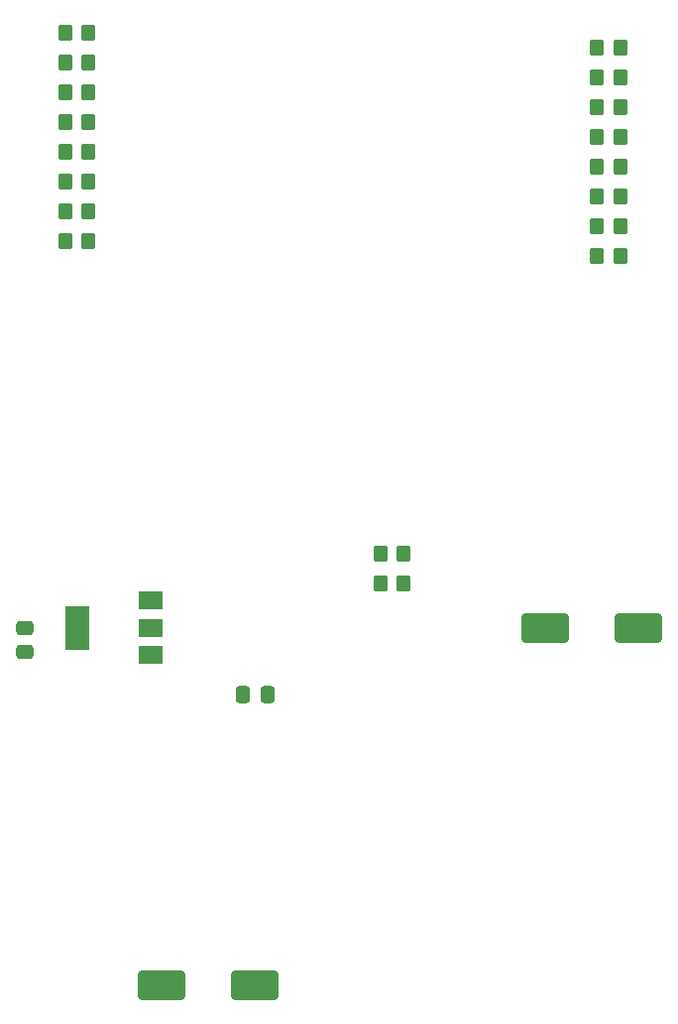
<source format=gbr>
%TF.GenerationSoftware,KiCad,Pcbnew,(7.0.0)*%
%TF.CreationDate,2023-10-30T10:33:22+00:00*%
%TF.ProjectId,euro-project-sensors-pcb,6575726f-2d70-4726-9f6a-6563742d7365,rev?*%
%TF.SameCoordinates,Original*%
%TF.FileFunction,Paste,Top*%
%TF.FilePolarity,Positive*%
%FSLAX46Y46*%
G04 Gerber Fmt 4.6, Leading zero omitted, Abs format (unit mm)*
G04 Created by KiCad (PCBNEW (7.0.0)) date 2023-10-30 10:33:22*
%MOMM*%
%LPD*%
G01*
G04 APERTURE LIST*
G04 Aperture macros list*
%AMRoundRect*
0 Rectangle with rounded corners*
0 $1 Rounding radius*
0 $2 $3 $4 $5 $6 $7 $8 $9 X,Y pos of 4 corners*
0 Add a 4 corners polygon primitive as box body*
4,1,4,$2,$3,$4,$5,$6,$7,$8,$9,$2,$3,0*
0 Add four circle primitives for the rounded corners*
1,1,$1+$1,$2,$3*
1,1,$1+$1,$4,$5*
1,1,$1+$1,$6,$7*
1,1,$1+$1,$8,$9*
0 Add four rect primitives between the rounded corners*
20,1,$1+$1,$2,$3,$4,$5,0*
20,1,$1+$1,$4,$5,$6,$7,0*
20,1,$1+$1,$6,$7,$8,$9,0*
20,1,$1+$1,$8,$9,$2,$3,0*%
G04 Aperture macros list end*
%ADD10R,2.000000X1.500000*%
%ADD11R,2.000000X3.800000*%
%ADD12RoundRect,0.250000X-1.750000X-1.000000X1.750000X-1.000000X1.750000X1.000000X-1.750000X1.000000X0*%
%ADD13RoundRect,0.250000X1.750000X1.000000X-1.750000X1.000000X-1.750000X-1.000000X1.750000X-1.000000X0*%
%ADD14RoundRect,0.250000X-0.475000X0.337500X-0.475000X-0.337500X0.475000X-0.337500X0.475000X0.337500X0*%
%ADD15RoundRect,0.250000X0.337500X0.475000X-0.337500X0.475000X-0.337500X-0.475000X0.337500X-0.475000X0*%
%ADD16RoundRect,0.250000X0.350000X0.450000X-0.350000X0.450000X-0.350000X-0.450000X0.350000X-0.450000X0*%
%ADD17RoundRect,0.250000X-0.350000X-0.450000X0.350000X-0.450000X0.350000X0.450000X-0.350000X0.450000X0*%
G04 APERTURE END LIST*
D10*
%TO.C,U2*%
X129514999Y-97549999D03*
D11*
X123214999Y-95249999D03*
D10*
X129514999Y-95249999D03*
X129514999Y-92949999D03*
%TD*%
D12*
%TO.C,EC2*%
X163195000Y-95250000D03*
X171195000Y-95250000D03*
%TD*%
D13*
%TO.C,EC1*%
X138430000Y-125730000D03*
X130430000Y-125730000D03*
%TD*%
D14*
%TO.C,C2*%
X118745000Y-95250000D03*
X118745000Y-97325000D03*
%TD*%
D15*
%TO.C,C1*%
X139467500Y-100965000D03*
X137392500Y-100965000D03*
%TD*%
D16*
%TO.C,R5*%
X124190000Y-49530000D03*
X122190000Y-49530000D03*
%TD*%
%TO.C,R7*%
X124190000Y-54610000D03*
X122190000Y-54610000D03*
%TD*%
%TO.C,R9*%
X124190000Y-59690000D03*
X122190000Y-59690000D03*
%TD*%
D17*
%TO.C,R14*%
X167640000Y-55880000D03*
X169640000Y-55880000D03*
%TD*%
D16*
%TO.C,R6*%
X124190000Y-52070000D03*
X122190000Y-52070000D03*
%TD*%
D17*
%TO.C,R11*%
X167640000Y-48260000D03*
X169640000Y-48260000D03*
%TD*%
D16*
%TO.C,R4*%
X124190000Y-46990000D03*
X122190000Y-46990000D03*
%TD*%
%TO.C,R3*%
X124190000Y-44450000D03*
X122190000Y-44450000D03*
%TD*%
%TO.C,R1*%
X151130000Y-91440000D03*
X149130000Y-91440000D03*
%TD*%
D17*
%TO.C,R12*%
X167640000Y-50800000D03*
X169640000Y-50800000D03*
%TD*%
%TO.C,R13*%
X167640000Y-53340000D03*
X169640000Y-53340000D03*
%TD*%
%TO.C,R18*%
X167640000Y-63500000D03*
X169640000Y-63500000D03*
%TD*%
%TO.C,R16*%
X167640000Y-60960000D03*
X169640000Y-60960000D03*
%TD*%
D16*
%TO.C,R8*%
X124190000Y-57150000D03*
X122190000Y-57150000D03*
%TD*%
D17*
%TO.C,R10*%
X167640000Y-45720000D03*
X169640000Y-45720000D03*
%TD*%
%TO.C,R15*%
X167640000Y-58420000D03*
X169640000Y-58420000D03*
%TD*%
D16*
%TO.C,R17*%
X124190000Y-62230000D03*
X122190000Y-62230000D03*
%TD*%
%TO.C,R2*%
X151130000Y-88900000D03*
X149130000Y-88900000D03*
%TD*%
M02*

</source>
